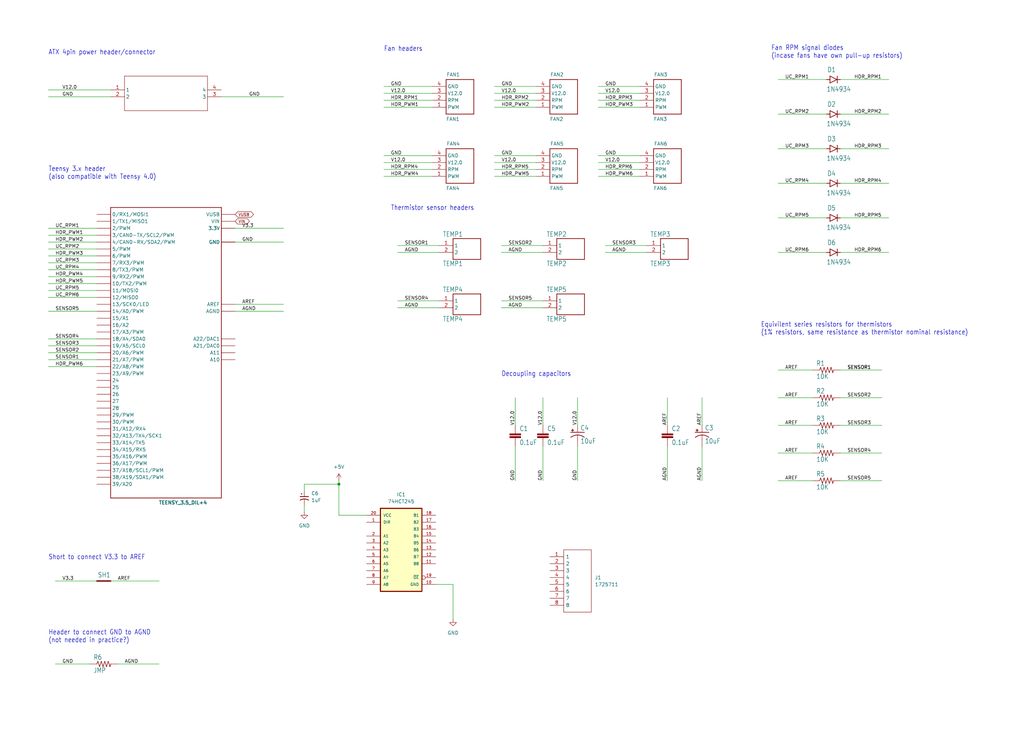
<source format=kicad_sch>
(kicad_sch (version 20230121) (generator eeschema)
  (paper "User" 376.047 267.665)
  (lib_symbols
    (symbol "1725711:1725711" (pin_names (offset 0.762))
      (property "Reference" "J" (at 16.51 7.62 0))
      (property "Value" "1725711" (at 16.51 5.08 0))
      (symbol "1725711_0_0"
        (pin passive line (at 0 0 0) (length 5.08) (name "1") (number "1"))
        (pin passive line (at 0 -2.54 0) (length 5.08) (name "2") (number "2"))
        (pin passive line (at 0 -5.08 0) (length 5.08) (name "3") (number "3"))
        (pin passive line (at 0 -7.62 0) (length 5.08) (name "4") (number "4"))
        (pin passive line (at 0 -10.16 0) (length 5.08) (name "5") (number "5"))
        (pin passive line (at 0 -12.7 0) (length 5.08) (name "6") (number "6"))
        (pin passive line (at 0 -15.24 0) (length 5.08) (name "7") (number "7"))
        (pin passive line (at 0 -17.78 0) (length 5.08) (name "8") (number "8"))
      )
      (symbol "1725711_0_1"
        (polyline (pts (xy 5.08 2.54) (xy 15.24 2.54) (xy 15.24 -20.32) (xy 5.08 -20.32) (xy 5.08 2.54)) (stroke (width 0.1524)))
      )
    )
    (symbol "74HCT245:74HCT245" (pin_names (offset 1.016))
      (property "Reference" "IC" (at -7.6249 15.7582 0))
      (property "Value" "74HCT245" (at -7.6247 -17.791 0))
      (symbol "74HCT245_0_0"
        (rectangle (start -7.62 -15.24) (end 7.62 15.24) (stroke (width 0.4064)) (fill (type background)))
        (pin input line (at -12.7 10.16 0) (length 5.08) (name "DIR") (number "1"))
        (pin power_in line (at 12.7 -12.7 180) (length 5.08) (name "GND") (number "10"))
        (pin bidirectional line (at 12.7 -5.08 180) (length 5.08) (name "B8") (number "11"))
        (pin bidirectional line (at 12.7 -2.54 180) (length 5.08) (name "B7") (number "12"))
        (pin bidirectional line (at 12.7 0 180) (length 5.08) (name "B6") (number "13"))
        (pin bidirectional line (at 12.7 2.54 180) (length 5.08) (name "B5") (number "14"))
        (pin bidirectional line (at 12.7 5.08 180) (length 5.08) (name "B4") (number "15"))
        (pin bidirectional line (at 12.7 7.62 180) (length 5.08) (name "B3") (number "16"))
        (pin bidirectional line (at 12.7 10.16 180) (length 5.08) (name "B2") (number "17"))
        (pin bidirectional line (at 12.7 12.7 180) (length 5.08) (name "B1") (number "18"))
        (pin input inverted (at 12.7 -10.16 180) (length 5.08) (name "~{OE}") (number "19"))
        (pin bidirectional line (at -12.7 5.08 0) (length 5.08) (name "A1") (number "2"))
        (pin power_in line (at -12.7 12.7 0) (length 5.08) (name "VCC") (number "20"))
        (pin bidirectional line (at -12.7 2.54 0) (length 5.08) (name "A2") (number "3"))
        (pin bidirectional line (at -12.7 0 0) (length 5.08) (name "A3") (number "4"))
        (pin bidirectional line (at -12.7 -2.54 0) (length 5.08) (name "A4") (number "5"))
        (pin bidirectional line (at -12.7 -5.08 0) (length 5.08) (name "A5") (number "6"))
        (pin bidirectional line (at -12.7 -7.62 0) (length 5.08) (name "A6") (number "7"))
        (pin bidirectional line (at -12.7 -10.16 0) (length 5.08) (name "A7") (number "8"))
        (pin bidirectional line (at -12.7 -12.7 0) (length 5.08) (name "A8") (number "9"))
      )
    )
    (symbol "Device:C_Polarized_Small_US" (pin_numbers hide) (pin_names (offset 0.254) hide)
      (property "Reference" "C" (at 0.254 1.778 0))
      (property "Value" "C_Polarized_Small_US" (at 0.254 -2.032 0))
      (symbol "C_Polarized_Small_US_0_1"
        (polyline (pts (xy -1.524 0.508) (xy 1.524 0.508)) (stroke (width 0.3048)))
        (polyline (pts (xy -1.27 1.524) (xy -0.762 1.524)))
        (polyline (pts (xy -1.016 1.27) (xy -1.016 1.778)))
        (arc (start 1.524 -0.762) (mid 0 -0.3734) (end -1.524 -0.762) (stroke (width 0.3048)))
      )
      (symbol "C_Polarized_Small_US_1_1"
        (pin passive line (at 0 2.54 270) (length 2.032) (name "~") (number "1"))
        (pin passive line (at 0 -2.54 90) (length 2.032) (name "~") (number "2"))
      )
    )
    (symbol "power:+5V" (power) (pin_names (offset 0))
      (property "Value" "+5V" (at 0 3.556 0))
      (symbol "+5V_0_1"
        (polyline (pts (xy -0.762 1.27) (xy 0 2.54)))
        (polyline (pts (xy 0 0) (xy 0 2.54)))
        (polyline (pts (xy 0 2.54) (xy 0.762 1.27)))
      )
      (symbol "+5V_1_1"
        (pin power_in line (at 0 0 90) (length 0) hide (name "+5V") (number "1"))
      )
    )
    (symbol "power:GND" (power) (pin_names (offset 0))
      (property "Value" "GND" (at 0 -3.81 0))
      (symbol "GND_0_1"
        (polyline (pts (xy 0 0) (xy 0 -1.27) (xy 1.27 -1.27) (xy 0 -2.54) (xy -1.27 -1.27) (xy 0 -1.27)))
      )
      (symbol "GND_1_1"
        (pin power_in line (at 0 0 270) (length 0) hide (name "GND") (number "1"))
      )
    )
    (symbol "simple002-eagle-import:1N4934"
      (property "Reference" "D" (at -2.3114 2.6416 0))
      (symbol "1N4934_1_0"
        (polyline (pts (xy -2.54 0) (xy -1.27 0)) (stroke (width 0.254)))
        (polyline (pts (xy -1.27 -1.27) (xy 1.27 0)) (stroke (width 0.254)))
        (polyline (pts (xy -1.27 0) (xy -1.27 -1.27)) (stroke (width 0.254)))
        (polyline (pts (xy -1.27 1.27) (xy -1.27 0)) (stroke (width 0.254)))
        (polyline (pts (xy 1.27 0) (xy -1.27 1.27)) (stroke (width 0.254)))
        (polyline (pts (xy 1.397 1.27) (xy 1.397 -1.27)) (stroke (width 0.254)))
        (polyline (pts (xy 2.54 0) (xy 1.27 0)) (stroke (width 0.254)))
        (pin passive line (at -2.54 0 0) (length 0) (name "A") (number "A"))
        (pin passive line (at 2.54 0 180) (length 0) (name "C") (number "C"))
      )
    )
    (symbol "simple002-eagle-import:641737-1"
      (symbol "641737-1_1_0"
        (polyline (pts (xy 7.62 -7.62) (xy 38.1 -7.62)) (stroke (width 0.1524)))
        (polyline (pts (xy 7.62 5.08) (xy 7.62 -7.62)) (stroke (width 0.1524)))
        (polyline (pts (xy 38.1 -7.62) (xy 38.1 5.08)) (stroke (width 0.1524)))
        (polyline (pts (xy 38.1 5.08) (xy 7.62 5.08)) (stroke (width 0.1524)))
        (pin passive line (at 2.54 0 0) (length 5.08) (name "1") (number "1"))
        (pin passive line (at 2.54 -2.54 0) (length 5.08) (name "2") (number "2"))
        (pin passive line (at 43.18 -2.54 180) (length 5.08) (name "3") (number "3"))
        (pin passive line (at 43.18 0 180) (length 5.08) (name "4") (number "4"))
      )
    )
    (symbol "simple002-eagle-import:C2,5-3"
      (property "Reference" "C" (at 1.524 0.381 0))
      (symbol "C2,5-3_1_0"
        (rectangle (start -2.032 -2.032) (end 2.032 -1.524) (fill (type outline)))
        (rectangle (start -2.032 -1.016) (end 2.032 -0.508) (fill (type outline)))
        (polyline (pts (xy 0 -2.54) (xy 0 -2.032)) (stroke (width 0.1524)))
        (polyline (pts (xy 0 0) (xy 0 -0.508)) (stroke (width 0.1524)))
        (pin passive line (at 0 2.54 270) (length 2.54) (name "1") (number "1"))
        (pin passive line (at 0 -5.08 90) (length 2.54) (name "2") (number "2"))
      )
    )
    (symbol "simple002-eagle-import:CPOL-USE2.5-5"
      (property "Reference" "C" (at 1.016 0.635 0))
      (symbol "CPOL-USE2.5-5_1_0"
        (rectangle (start -2.253 0.668) (end -1.364 0.795) (fill (type outline)))
        (rectangle (start -1.872 0.287) (end -1.745 1.176) (fill (type outline)))
        (arc (start 0 -1.0161) (mid -1.3021 -1.2303) (end -2.4669 -1.8504) (stroke (width 0.254)))
        (polyline (pts (xy -2.54 0) (xy 2.54 0)) (stroke (width 0.254)))
        (polyline (pts (xy 0 -1.016) (xy 0 -2.54)) (stroke (width 0.1524)))
        (arc (start 2.4892 -1.8541) (mid 1.3158 -1.2194) (end 0 -1) (stroke (width 0.254)))
        (pin passive line (at 0 2.54 270) (length 2.54) (name "+") (number "+"))
        (pin passive line (at 0 -5.08 90) (length 2.54) (name "-") (number "-"))
      )
    )
    (symbol "simple002-eagle-import:HDR-FAN4"
      (property "Reference" "FAN" (at 5.08 7.62 0))
      (symbol "HDR-FAN4_1_0"
        (polyline (pts (xy 0 -7.62) (xy 0 5.08)) (stroke (width 0.254)))
        (polyline (pts (xy 0 5.08) (xy 10.16 5.08)) (stroke (width 0.254)))
        (polyline (pts (xy 10.16 -7.62) (xy 0 -7.62)) (stroke (width 0.254)))
        (polyline (pts (xy 10.16 5.08) (xy 10.16 -7.62)) (stroke (width 0.254)))
        (pin bidirectional line (at -5.08 -5.08 0) (length 5.08) (name "PWM") (number "1"))
        (pin bidirectional line (at -5.08 -2.54 0) (length 5.08) (name "RPM") (number "2"))
        (pin bidirectional line (at -5.08 0 0) (length 5.08) (name "V12.0") (number "3"))
        (pin bidirectional line (at -5.08 2.54 0) (length 5.08) (name "GND") (number "4"))
      )
    )
    (symbol "simple002-eagle-import:HDR-SENSOR2"
      (property "Reference" "SNSR" (at -3.81 5.715 0))
      (symbol "HDR-SENSOR2_1_0"
        (polyline (pts (xy -2.54 -2.54) (xy 7.62 -2.54)) (stroke (width 0.254)))
        (polyline (pts (xy -2.54 5.08) (xy -2.54 -2.54)) (stroke (width 0.254)))
        (polyline (pts (xy 7.62 -2.54) (xy 7.62 5.08)) (stroke (width 0.254)))
        (polyline (pts (xy 7.62 5.08) (xy -2.54 5.08)) (stroke (width 0.254)))
        (pin bidirectional line (at -7.62 2.54 0) (length 5.08) (name "1") (number "1"))
        (pin bidirectional line (at -7.62 0 0) (length 5.08) (name "2") (number "2"))
      )
    )
    (symbol "simple002-eagle-import:R-US_V234/12"
      (property "Reference" "R" (at -3.81 1.4986 0))
      (symbol "R-US_V234/12_1_0"
        (polyline (pts (xy -2.54 0) (xy -2.159 1.016)) (stroke (width 0.2032)))
        (polyline (pts (xy -2.159 1.016) (xy -1.524 -1.016)) (stroke (width 0.2032)))
        (polyline (pts (xy -1.524 -1.016) (xy -0.889 1.016)) (stroke (width 0.2032)))
        (polyline (pts (xy -0.889 1.016) (xy -0.254 -1.016)) (stroke (width 0.2032)))
        (polyline (pts (xy -0.254 -1.016) (xy 0.381 1.016)) (stroke (width 0.2032)))
        (polyline (pts (xy 0.381 1.016) (xy 1.016 -1.016)) (stroke (width 0.2032)))
        (polyline (pts (xy 1.016 -1.016) (xy 1.651 1.016)) (stroke (width 0.2032)))
        (polyline (pts (xy 1.651 1.016) (xy 2.286 -1.016)) (stroke (width 0.2032)))
        (polyline (pts (xy 2.286 -1.016) (xy 2.54 0)) (stroke (width 0.2032)))
        (pin passive line (at -5.08 0 0) (length 2.54) (name "1") (number "1"))
        (pin passive line (at 5.08 0 180) (length 2.54) (name "2") (number "2"))
      )
    )
    (symbol "simple002-eagle-import:SHORTT5"
      (property "Reference" "SH" (at -2.2225 1.27 0))
      (symbol "SHORTT5_1_0"
        (polyline (pts (xy -2.54 0) (xy 2.54 0)) (stroke (width 0.508)))
        (pin bidirectional line (at -2.54 0 0) (length 0) (name "P$1") (number "1"))
        (pin bidirectional line (at 2.54 0 0) (length 0) (name "P$2") (number "2"))
      )
    )
    (symbol "simple002-eagle-import:TEENSY_3.5_DIL+4"
      (symbol "TEENSY_3.5_DIL+4_1_0"
        (polyline (pts (xy -20.32 -53.34) (xy 20.32 -53.34)) (stroke (width 0.254)))
        (polyline (pts (xy -20.32 53.34) (xy -20.32 -53.34)) (stroke (width 0.254)))
        (polyline (pts (xy 20.32 -53.34) (xy 20.32 53.34)) (stroke (width 0.254)))
        (polyline (pts (xy 20.32 53.34) (xy -20.32 53.34)) (stroke (width 0.254)))
        (pin bidirectional line (at -25.4 50.8 0) (length 5.08) (name "0/RX1/MOSI1") (number "0"))
        (pin bidirectional line (at -25.4 48.26 0) (length 5.08) (name "1/TX1/MISO1") (number "1"))
        (pin bidirectional line (at -25.4 25.4 0) (length 5.08) (name "10/TX2/PWM") (number "10"))
        (pin bidirectional line (at -25.4 22.86 0) (length 5.08) (name "11/MOSI0") (number "11"))
        (pin bidirectional line (at -25.4 20.32 0) (length 5.08) (name "12/MISO0") (number "12"))
        (pin bidirectional line (at -25.4 17.78 0) (length 5.08) (name "13/SCK0/LED") (number "13"))
        (pin bidirectional line (at -25.4 15.24 0) (length 5.08) (name "14/A0/PWM") (number "14/A0"))
        (pin bidirectional line (at -25.4 12.7 0) (length 5.08) (name "15/A1") (number "15/A1"))
        (pin bidirectional line (at -25.4 10.16 0) (length 5.08) (name "16/A2") (number "16/A2"))
        (pin bidirectional line (at -25.4 7.62 0) (length 5.08) (name "17/A3/PWM") (number "17/A3"))
        (pin bidirectional line (at -25.4 5.08 0) (length 5.08) (name "18/A4/SDA0") (number "18/A4"))
        (pin bidirectional line (at -25.4 2.54 0) (length 5.08) (name "19/A5/SCL0") (number "19/A5"))
        (pin bidirectional line (at -25.4 45.72 0) (length 5.08) (name "2/PWM") (number "2"))
        (pin bidirectional line (at -25.4 0 0) (length 5.08) (name "20/A6/PWM") (number "20/A6"))
        (pin bidirectional line (at -25.4 -2.54 0) (length 5.08) (name "21/A7/PWM") (number "21/A7"))
        (pin bidirectional line (at -25.4 -5.08 0) (length 5.08) (name "22/A8/PWM") (number "22/A8"))
        (pin bidirectional line (at -25.4 -7.62 0) (length 5.08) (name "23/A9/PWM") (number "23/A9"))
        (pin bidirectional line (at -25.4 -10.16 0) (length 5.08) (name "24") (number "24"))
        (pin bidirectional line (at -25.4 -12.7 0) (length 5.08) (name "25") (number "25"))
        (pin bidirectional line (at -25.4 -15.24 0) (length 5.08) (name "26") (number "26"))
        (pin bidirectional line (at -25.4 -17.78 0) (length 5.08) (name "27") (number "27"))
        (pin bidirectional line (at -25.4 -20.32 0) (length 5.08) (name "28") (number "28"))
        (pin bidirectional line (at -25.4 -22.86 0) (length 5.08) (name "29/PWM") (number "29"))
        (pin bidirectional line (at -25.4 43.18 0) (length 5.08) (name "3/CAN0-TX/SCL2/PWM") (number "3"))
        (pin power_in line (at 25.4 45.72 180) (length 5.08) (name "3.3V") (number "3.3V"))
        (pin power_in line (at 25.4 45.72 180) (length 5.08) (name "3.3V") (number "3.3V3"))
        (pin bidirectional line (at -25.4 -25.4 0) (length 5.08) (name "30/PWM") (number "30"))
        (pin bidirectional line (at -25.4 -27.94 0) (length 5.08) (name "31/A12/RX4") (number "31/A12"))
        (pin bidirectional line (at -25.4 -30.48 0) (length 5.08) (name "32/A13/TX4/SCK1") (number "32/A13"))
        (pin bidirectional line (at -25.4 -33.02 0) (length 5.08) (name "33/A14/TX5") (number "33/A14"))
        (pin bidirectional line (at -25.4 -35.56 0) (length 5.08) (name "34/A15/RX5") (number "34/A15"))
        (pin bidirectional line (at -25.4 -38.1 0) (length 5.08) (name "35/A16/PWM") (number "35/A16"))
        (pin bidirectional line (at -25.4 -40.64 0) (length 5.08) (name "36/A17/PWM") (number "36/A17"))
        (pin bidirectional line (at -25.4 -43.18 0) (length 5.08) (name "37/A18/SCL1/PWM") (number "37/A18"))
        (pin bidirectional line (at -25.4 -45.72 0) (length 5.08) (name "38/A19/SDA1/PWM") (number "38/A19"))
        (pin bidirectional line (at -25.4 -48.26 0) (length 5.08) (name "39/A20") (number "39/A20"))
        (pin bidirectional line (at -25.4 40.64 0) (length 5.08) (name "4/CAN0-RX/SDA2/PWM") (number "4"))
        (pin bidirectional line (at -25.4 38.1 0) (length 5.08) (name "5/PWM") (number "5"))
        (pin bidirectional line (at -25.4 35.56 0) (length 5.08) (name "6/PWM") (number "6"))
        (pin bidirectional line (at -25.4 33.02 0) (length 5.08) (name "7/RX3/PWM") (number "7"))
        (pin bidirectional line (at -25.4 30.48 0) (length 5.08) (name "8/TX3/PWM") (number "8"))
        (pin bidirectional line (at -25.4 27.94 0) (length 5.08) (name "9/RX2/PWM") (number "9"))
        (pin bidirectional line (at 25.4 -2.54 180) (length 5.08) (name "A10") (number "A10"))
        (pin bidirectional line (at 25.4 0 180) (length 5.08) (name "A11") (number "A11"))
        (pin bidirectional line (at 25.4 2.54 180) (length 5.08) (name "A21/DAC0") (number "A21"))
        (pin bidirectional line (at 25.4 5.08 180) (length 5.08) (name "A22/DAC1") (number "A22"))
        (pin power_in line (at 25.4 15.24 180) (length 5.08) (name "AGND") (number "AGND"))
        (pin power_in line (at 25.4 17.78 180) (length 5.08) (name "AREF") (number "AREF"))
        (pin power_in line (at 25.4 40.64 180) (length 5.08) (name "GND") (number "GND"))
        (pin power_in line (at 25.4 40.64 180) (length 5.08) (name "GND") (number "GND1"))
        (pin power_in line (at 25.4 48.26 180) (length 5.08) (name "VIN") (number "VIN"))
        (pin power_in line (at 25.4 50.8 180) (length 5.08) (name "VUSB") (number "VUSB"))
      )
    )
    (symbol "simple002-eagle-import:adafruit_R-US_R0402"
      (property "Reference" "R" (at -3.81 1.4986 0))
      (symbol "adafruit_R-US_R0402_1_0"
        (polyline (pts (xy -2.54 0) (xy -2.159 1.016)) (stroke (width 0.2032)))
        (polyline (pts (xy -2.159 1.016) (xy -1.524 -1.016)) (stroke (width 0.2032)))
        (polyline (pts (xy -1.524 -1.016) (xy -0.889 1.016)) (stroke (width 0.2032)))
        (polyline (pts (xy -0.889 1.016) (xy -0.254 -1.016)) (stroke (width 0.2032)))
        (polyline (pts (xy -0.254 -1.016) (xy 0.381 1.016)) (stroke (width 0.2032)))
        (polyline (pts (xy 0.381 1.016) (xy 1.016 -1.016)) (stroke (width 0.2032)))
        (polyline (pts (xy 1.016 -1.016) (xy 1.651 1.016)) (stroke (width 0.2032)))
        (polyline (pts (xy 1.651 1.016) (xy 2.286 -1.016)) (stroke (width 0.2032)))
        (polyline (pts (xy 2.286 -1.016) (xy 2.54 0)) (stroke (width 0.2032)))
        (pin passive line (at -5.08 0 0) (length 2.54) (name "1") (number "1"))
        (pin passive line (at 5.08 0 180) (length 2.54) (name "2") (number "2"))
      )
    )
    (symbol "simple002-eagle-import:rcl_CPOL-USE2.5-5"
      (property "Reference" "C" (at 1.016 0.635 0))
      (symbol "rcl_CPOL-USE2.5-5_1_0"
        (rectangle (start -2.253 0.668) (end -1.364 0.795) (fill (type outline)))
        (rectangle (start -1.872 0.287) (end -1.745 1.176) (fill (type outline)))
        (arc (start 0 -1.0161) (mid -1.3021 -1.2303) (end -2.4669 -1.8504) (stroke (width 0.254)))
        (polyline (pts (xy -2.54 0) (xy 2.54 0)) (stroke (width 0.254)))
        (polyline (pts (xy 0 -1.016) (xy 0 -2.54)) (stroke (width 0.1524)))
        (arc (start 2.4892 -1.8541) (mid 1.3158 -1.2194) (end 0 -1) (stroke (width 0.254)))
        (pin passive line (at 0 2.54 270) (length 2.54) (name "+") (number "+"))
        (pin passive line (at 0 -5.08 90) (length 2.54) (name "-") (number "-"))
      )
    )
  )
  (junction (at 124.46 177.8))
  (wire (pts (xy 308.61 41.91) (xy 326.39 41.91)) (stroke (width 0.1524)))
  (wire (pts (xy 158.75 64.77) (xy 140.97 64.77)) (stroke (width 0.1524)))
  (wire (pts (xy 199.39 110.49) (xy 184.15 110.49)) (stroke (width 0.1524)))
  (wire (pts (xy 35.56 109.22) (xy 17.78 109.22)) (stroke (width 0.1524)))
  (wire (pts (xy 134.62 189.23) (xy 124.46 189.23)))
  (wire (pts (xy 257.81 163.83) (xy 257.81 176.53)) (stroke (width 0.1524)))
  (wire (pts (xy 86.36 114.3) (xy 104.14 114.3)) (stroke (width 0.1524)))
  (wire (pts (xy 35.56 213.36) (xy 20.32 213.36)) (stroke (width 0.1524)))
  (wire (pts (xy 237.49 90.17) (xy 222.25 90.17)) (stroke (width 0.1524)))
  (wire (pts (xy 35.56 93.98) (xy 17.78 93.98)) (stroke (width 0.1524)))
  (wire (pts (xy 298.45 146.05) (xy 285.75 146.05)) (stroke (width 0.1524)))
  (wire (pts (xy 189.23 163.83) (xy 189.23 176.53)) (stroke (width 0.1524)))
  (wire (pts (xy 35.56 86.36) (xy 17.78 86.36)) (stroke (width 0.1524)))
  (wire (pts (xy 234.95 59.69) (xy 219.71 59.69)) (stroke (width 0.1524)))
  (wire (pts (xy 196.85 59.69) (xy 181.61 59.69)) (stroke (width 0.1524)))
  (wire (pts (xy 308.61 67.31) (xy 326.39 67.31)) (stroke (width 0.1524)))
  (wire (pts (xy 298.45 156.21) (xy 285.75 156.21)) (stroke (width 0.1524)))
  (wire (pts (xy 308.61 135.89) (xy 323.85 135.89)) (stroke (width 0.1524)))
  (wire (pts (xy 166.37 214.63) (xy 166.37 227.33)))
  (wire (pts (xy 234.95 39.37) (xy 219.71 39.37)) (stroke (width 0.1524)))
  (wire (pts (xy 124.46 177.8) (xy 124.46 189.23)))
  (wire (pts (xy 161.29 92.71) (xy 146.05 92.71)) (stroke (width 0.1524)))
  (wire (pts (xy 234.95 64.77) (xy 219.71 64.77)) (stroke (width 0.1524)))
  (wire (pts (xy 303.53 54.61) (xy 285.75 54.61)) (stroke (width 0.1524)))
  (wire (pts (xy 308.61 176.53) (xy 323.85 176.53)) (stroke (width 0.1524)))
  (wire (pts (xy 308.61 146.05) (xy 323.85 146.05)) (stroke (width 0.1524)))
  (wire (pts (xy 308.61 156.21) (xy 323.85 156.21)) (stroke (width 0.1524)))
  (wire (pts (xy 35.56 114.3) (xy 17.78 114.3)) (stroke (width 0.1524)))
  (wire (pts (xy 245.11 156.21) (xy 245.11 146.05)) (stroke (width 0.1524)))
  (wire (pts (xy 81.28 35.56) (xy 104.14 35.56)) (stroke (width 0.1524)))
  (wire (pts (xy 199.39 156.21) (xy 199.39 146.05)) (stroke (width 0.1524)))
  (wire (pts (xy 308.61 166.37) (xy 323.85 166.37)) (stroke (width 0.1524)))
  (wire (pts (xy 35.56 96.52) (xy 17.78 96.52)) (stroke (width 0.1524)))
  (wire (pts (xy 111.76 187.96) (xy 111.76 185.42)))
  (wire (pts (xy 158.75 31.75) (xy 140.97 31.75)) (stroke (width 0.1524)))
  (wire (pts (xy 245.11 163.83) (xy 245.11 176.53)) (stroke (width 0.1524)))
  (wire (pts (xy 158.75 39.37) (xy 140.97 39.37)) (stroke (width 0.1524)))
  (wire (pts (xy 160.02 214.63) (xy 166.37 214.63)))
  (wire (pts (xy 308.61 29.21) (xy 326.39 29.21)) (stroke (width 0.1524)))
  (wire (pts (xy 86.36 111.76) (xy 104.14 111.76)) (stroke (width 0.1524)))
  (wire (pts (xy 111.76 177.8) (xy 111.76 180.34)))
  (wire (pts (xy 234.95 31.75) (xy 219.71 31.75)) (stroke (width 0.1524)))
  (wire (pts (xy 196.85 31.75) (xy 181.61 31.75)) (stroke (width 0.1524)))
  (wire (pts (xy 234.95 62.23) (xy 219.71 62.23)) (stroke (width 0.1524)))
  (wire (pts (xy 158.75 57.15) (xy 140.97 57.15)) (stroke (width 0.1524)))
  (wire (pts (xy 35.56 129.54) (xy 17.78 129.54)) (stroke (width 0.1524)))
  (wire (pts (xy 212.09 163.83) (xy 212.09 176.53)) (stroke (width 0.1524)))
  (wire (pts (xy 308.61 80.01) (xy 326.39 80.01)) (stroke (width 0.1524)))
  (wire (pts (xy 158.75 36.83) (xy 140.97 36.83)) (stroke (width 0.1524)))
  (wire (pts (xy 308.61 92.71) (xy 326.39 92.71)) (stroke (width 0.1524)))
  (wire (pts (xy 161.29 110.49) (xy 146.05 110.49)) (stroke (width 0.1524)))
  (wire (pts (xy 196.85 62.23) (xy 181.61 62.23)) (stroke (width 0.1524)))
  (wire (pts (xy 199.39 113.03) (xy 184.15 113.03)) (stroke (width 0.1524)))
  (wire (pts (xy 40.64 35.56) (xy 17.78 35.56)) (stroke (width 0.1524)))
  (wire (pts (xy 237.49 92.71) (xy 222.25 92.71)) (stroke (width 0.1524)))
  (wire (pts (xy 161.29 90.17) (xy 146.05 90.17)) (stroke (width 0.1524)))
  (wire (pts (xy 199.39 92.71) (xy 184.15 92.71)) (stroke (width 0.1524)))
  (wire (pts (xy 199.39 90.17) (xy 184.15 90.17)) (stroke (width 0.1524)))
  (wire (pts (xy 298.45 176.53) (xy 285.75 176.53)) (stroke (width 0.1524)))
  (wire (pts (xy 189.23 156.21) (xy 189.23 146.05)) (stroke (width 0.1524)))
  (wire (pts (xy 234.95 57.15) (xy 219.71 57.15)) (stroke (width 0.1524)))
  (wire (pts (xy 298.45 166.37) (xy 285.75 166.37)) (stroke (width 0.1524)))
  (wire (pts (xy 40.64 213.36) (xy 58.42 213.36)) (stroke (width 0.1524)))
  (wire (pts (xy 35.56 99.06) (xy 17.78 99.06)) (stroke (width 0.1524)))
  (wire (pts (xy 196.85 36.83) (xy 181.61 36.83)) (stroke (width 0.1524)))
  (wire (pts (xy 199.39 163.83) (xy 199.39 176.53)) (stroke (width 0.1524)))
  (wire (pts (xy 35.56 134.62) (xy 17.78 134.62)) (stroke (width 0.1524)))
  (wire (pts (xy 33.02 243.84) (xy 20.32 243.84)) (stroke (width 0.1524)))
  (wire (pts (xy 35.56 88.9) (xy 17.78 88.9)) (stroke (width 0.1524)))
  (wire (pts (xy 17.78 124.46) (xy 35.56 124.46)) (stroke (width 0.1524)))
  (wire (pts (xy 40.64 33.02) (xy 17.78 33.02)) (stroke (width 0.1524)))
  (wire (pts (xy 196.85 34.29) (xy 181.61 34.29)) (stroke (width 0.1524)))
  (wire (pts (xy 35.56 127) (xy 17.78 127)) (stroke (width 0.1524)))
  (wire (pts (xy 303.53 29.21) (xy 285.75 29.21)) (stroke (width 0.1524)))
  (wire (pts (xy 234.95 36.83) (xy 219.71 36.83)) (stroke (width 0.1524)))
  (wire (pts (xy 196.85 39.37) (xy 181.61 39.37)) (stroke (width 0.1524)))
  (wire (pts (xy 308.61 54.61) (xy 326.39 54.61)) (stroke (width 0.1524)))
  (wire (pts (xy 35.56 91.44) (xy 17.78 91.44)) (stroke (width 0.1524)))
  (wire (pts (xy 35.56 132.08) (xy 17.78 132.08)) (stroke (width 0.1524)))
  (wire (pts (xy 303.53 80.01) (xy 285.75 80.01)) (stroke (width 0.1524)))
  (wire (pts (xy 35.56 83.82) (xy 17.78 83.82)) (stroke (width 0.1524)))
  (wire (pts (xy 298.45 135.89) (xy 285.75 135.89)) (stroke (width 0.1524)))
  (wire (pts (xy 196.85 64.77) (xy 181.61 64.77)) (stroke (width 0.1524)))
  (wire (pts (xy 196.85 57.15) (xy 181.61 57.15)) (stroke (width 0.1524)))
  (wire (pts (xy 303.53 41.91) (xy 285.75 41.91)) (stroke (width 0.1524)))
  (wire (pts (xy 43.18 243.84) (xy 58.42 243.84)) (stroke (width 0.1524)))
  (wire (pts (xy 212.09 156.21) (xy 212.09 146.05)) (stroke (width 0.1524)))
  (wire (pts (xy 35.56 101.6) (xy 17.78 101.6)) (stroke (width 0.1524)))
  (wire (pts (xy 35.56 106.68) (xy 17.78 106.68)) (stroke (width 0.1524)))
  (wire (pts (xy 234.95 34.29) (xy 219.71 34.29)) (stroke (width 0.1524)))
  (wire (pts (xy 124.46 177.8) (xy 111.76 177.8)))
  (wire (pts (xy 158.75 59.69) (xy 140.97 59.69)) (stroke (width 0.1524)))
  (wire (pts (xy 303.53 92.71) (xy 285.75 92.71)) (stroke (width 0.1524)))
  (wire (pts (xy 257.81 156.21) (xy 257.81 146.05)) (stroke (width 0.1524)))
  (wire (pts (xy 124.46 176.53) (xy 124.46 177.8)))
  (wire (pts (xy 86.36 83.82) (xy 104.14 83.82)) (stroke (width 0.1524)))
  (wire (pts (xy 35.56 104.14) (xy 17.78 104.14)) (stroke (width 0.1524)))
  (wire (pts (xy 158.75 62.23) (xy 140.97 62.23)) (stroke (width 0.1524)))
  (wire (pts (xy 86.36 88.9) (xy 104.14 88.9)) (stroke (width 0.1524)))
  (wire (pts (xy 158.75 34.29) (xy 140.97 34.29)) (stroke (width 0.1524)))
  (wire (pts (xy 161.29 113.03) (xy 146.05 113.03)) (stroke (width 0.1524)))
  (wire (pts (xy 303.53 67.31) (xy 285.75 67.31)) (stroke (width 0.1524)))
  (text "Fan RPM signal diodes\n(incase fans have own pull-up resistors)" (at 283.21 21.59 0) (effects (font (size 1.778 1.5113)) (justify left bottom)))
  (text "Short to connect V3.3 to AREF" (at 17.78 205.74 0) (effects (font (size 1.778 1.5113)) (justify left bottom)))
  (text "Decoupling capacitors" (at 184.15 138.43 0) (effects (font (size 1.778 1.5113)) (justify left bottom)))
  (text "ATX 4pin power header/connector" (at 17.78 20.32 0) (effects (font (size 1.778 1.5113)) (justify left bottom)))
  (text "Header to connect GND to AGND\n(not needed in practice?)" (at 17.78 236.22 0) (effects (font (size 1.778 1.5113)) (justify left bottom)))
  (text "Fan headers" (at 140.97 19.05 0) (effects (font (size 1.778 1.5113)) (justify left bottom)))
  (text "Equivilent series resistors for thermistors\n(1% resistors, same resistance as thermistor nominal resistance)" (at 279.4 123.19 0) (effects (font (size 1.778 1.5113)) (justify left bottom)))
  (text "Thermistor sensor headers" (at 143.51 77.47 0) (effects (font (size 1.778 1.5113)) (justify left bottom)))
  (text "Teensy 3.x header\n(also compatible with Teensy 4.0)" (at 17.78 66.04 0) (effects (font (size 1.778 1.5113)) (justify left bottom)))
  (label "V12.0" (at 184.15 34.29 0) (effects (font (size 1.2446 1.2446))))
  (label "SENSOR5" (at 186.69 110.49 0) (effects (font (size 1.2446 1.2446))))
  (label "V12.0" (at 143.51 59.69 0) (effects (font (size 1.2446 1.2446))))
  (label "AREF" (at 288.29 146.05 0) (effects (font (size 1.2446 1.2446))))
  (label "GND" (at 143.51 57.15 0) (effects (font (size 1.2446 1.2446))))
  (label "HDR_PWM3" (at 222.25 39.37 0) (effects (font (size 1.2446 1.2446))))
  (label "SENSOR2" (at 20.32 129.54 0) (effects (font (size 1.2446 1.2446))))
  (label "HDR_PWM4" (at 20.32 101.6 0) (effects (font (size 1.2446 1.2446))))
  (label "AREF" (at 288.29 176.53 0) (effects (font (size 1.2446 1.2446))))
  (label "HDR_PWM6" (at 222.25 64.77 0) (effects (font (size 1.2446 1.2446))))
  (label "HDR_PWM5" (at 20.32 104.14 0) (effects (font (size 1.2446 1.2446))))
  (label "UC_RPM2" (at 288.29 41.91 0) (effects (font (size 1.2446 1.2446))))
  (label "GND" (at 91.44 35.56 0) (effects (font (size 1.2446 1.2446))))
  (label "V12.0" (at 222.25 59.69 0) (effects (font (size 1.2446 1.2446))))
  (label "AGND" (at 45.72 243.84 0) (effects (font (size 1.2446 1.2446))))
  (label "SENSOR5" (at 311.15 176.53 0) (effects (font (size 1.2446 1.2446))))
  (label "V12.0" (at 189.23 156.21 90) (effects (font (size 1.2446 1.2446))))
  (label "AGND" (at 88.9 114.3 0) (effects (font (size 1.2446 1.2446))))
  (label "SENSOR1" (at 148.59 90.17 0) (effects (font (size 1.2446 1.2446))))
  (label "UC_RPM1" (at 20.32 83.82 0) (effects (font (size 1.2446 1.2446))))
  (label "SENSOR3" (at 20.32 127 0) (effects (font (size 1.2446 1.2446))))
  (label "V12.0" (at 143.51 34.29 0) (effects (font (size 1.2446 1.2446))))
  (label "SENSOR4" (at 148.59 110.49 0) (effects (font (size 1.2446 1.2446))))
  (label "V12.0" (at 199.39 156.21 90) (effects (font (size 1.2446 1.2446))))
  (label "HDR_PWM1" (at 20.32 86.36 0) (effects (font (size 1.2446 1.2446))))
  (label "UC_RPM5" (at 20.32 106.68 0) (effects (font (size 1.2446 1.2446))))
  (label "HDR_RPM2" (at 313.69 41.91 0) (effects (font (size 1.2446 1.2446))))
  (label "UC_RPM3" (at 20.32 96.52 0) (effects (font (size 1.2446 1.2446))))
  (label "HDR_PWM5" (at 184.15 64.77 0) (effects (font (size 1.2446 1.2446))))
  (label "V12.0" (at 222.25 34.29 0) (effects (font (size 1.2446 1.2446))))
  (label "GND" (at 199.39 176.53 90) (effects (font (size 1.2446 1.2446))))
  (label "HDR_RPM5" (at 313.69 80.01 0) (effects (font (size 1.2446 1.2446))))
  (label "HDR_PWM1" (at 143.51 39.37 0) (effects (font (size 1.2446 1.2446))))
  (label "HDR_PWM2" (at 184.15 39.37 0) (effects (font (size 1.2446 1.2446))))
  (label "SENSOR1" (at 311.15 135.89 0) (effects (font (size 1.2446 1.2446))))
  (label "HDR_PWM3" (at 20.32 93.98 0) (effects (font (size 1.2446 1.2446))))
  (label "AREF" (at 257.81 156.21 90) (effects (font (size 1.2446 1.2446))))
  (label "GND" (at 143.51 31.75 0) (effects (font (size 1.2446 1.2446))))
  (label "UC_RPM5" (at 288.29 80.01 0) (effects (font (size 1.2446 1.2446))))
  (label "UC_RPM4" (at 20.32 99.06 0) (effects (font (size 1.2446 1.2446))))
  (label "V12.0" (at 212.09 156.21 90) (effects (font (size 1.2446 1.2446))))
  (label "SENSOR2" (at 311.15 146.05 0) (effects (font (size 1.2446 1.2446))))
  (label "UC_RPM3" (at 288.29 54.61 0) (effects (font (size 1.2446 1.2446))))
  (label "GND" (at 222.25 57.15 0) (effects (font (size 1.2446 1.2446))))
  (label "AGND" (at 245.11 176.53 90) (effects (font (size 1.2446 1.2446))))
  (label "HDR_RPM4" (at 313.69 67.31 0) (effects (font (size 1.2446 1.2446))))
  (label "HDR_RPM2" (at 184.15 36.83 0) (effects (font (size 1.2446 1.2446))))
  (label "AREF" (at 245.11 156.21 90) (effects (font (size 1.2446 1.2446))))
  (label "AREF" (at 88.9 111.76 0) (effects (font (size 1.2446 1.2446))))
  (label "AGND" (at 186.69 113.03 0) (effects (font (size 1.2446 1.2446))))
  (label "UC_RPM1" (at 288.29 29.21 0) (effects (font (size 1.2446 1.2446))))
  (label "UC_RPM6" (at 20.32 109.22 0) (effects (font (size 1.2446 1.2446))))
  (label "HDR_RPM3" (at 313.69 54.61 0) (effects (font (size 1.2446 1.2446))))
  (label "SENSOR4" (at 20.32 124.46 0) (effects (font (size 1.2446 1.2446))))
  (label "SENSOR3" (at 311.15 156.21 0) (effects (font (size 1.2446 1.2446))))
  (label "SENSOR1" (at 20.32 132.08 0) (effects (font (size 1.2446 1.2446))))
  (label "AREF" (at 288.29 156.21 0) (effects (font (size 1.2446 1.2446))))
  (label "GND" (at 88.9 88.9 0) (effects (font (size 1.2446 1.2446))))
  (label "V12.0" (at 184.15 59.69 0) (effects (font (size 1.2446 1.2446))))
  (label "AGND" (at 224.79 92.71 0) (effects (font (size 1.2446 1.2446))))
  (label "GND" (at 212.09 176.53 90) (effects (font (size 1.2446 1.2446))))
  (label "HDR_RPM4" (at 143.51 62.23 0) (effects (font (size 1.2446 1.2446))))
  (label "HDR_RPM1" (at 313.69 29.21 0) (effects (font (size 1.2446 1.2446))))
  (label "SENSOR4" (at 311.15 166.37 0) (effects (font (size 1.2446 1.2446))))
  (label "GND" (at 22.86 243.84 0) (effects (font (size 1.2446 1.2446))))
  (label "AGND" (at 257.81 176.53 90) (effects (font (size 1.2446 1.2446))))
  (label "GND" (at 22.86 35.56 0) (effects (font (size 1.2446 1.2446))))
  (label "AREF" (at 43.18 213.36 0) (effects (font (size 1.2446 1.2446))))
  (label "AREF" (at 288.29 135.89 0) (effects (font (size 1.2446 1.2446))))
  (label "GND" (at 189.23 176.53 90) (effects (font (size 1.2446 1.2446))))
  (label "HDR_RPM3" (at 222.25 36.83 0) (effects (font (size 1.2446 1.2446))))
  (label "GND" (at 222.25 31.75 0) (effects (font (size 1.2446 1.2446))))
  (label "GND" (at 184.15 57.15 0) (effects (font (size 1.2446 1.2446))))
  (label "SENSOR1" (at 311.15 135.89 0) (effects (font (size 1.2446 1.2446))))
  (label "HDR_PWM4" (at 143.51 64.77 0) (effects (font (size 1.2446 1.2446))))
  (label "AGND" (at 148.59 92.71 0) (effects (font (size 1.2446 1.2446))))
  (label "GND" (at 184.15 31.75 0) (effects (font (size 1.2446 1.2446))))
  (label "HDR_RPM5" (at 184.15 62.23 0) (effects (font (size 1.2446 1.2446))))
  (label "HDR_PWM2" (at 20.32 88.9 0) (effects (font (size 1.2446 1.2446))))
  (label "SENSOR5" (at 20.32 114.3 0) (effects (font (size 1.2446 1.2446))))
  (label "SENSOR2" (at 186.69 90.17 0) (effects (font (size 1.2446 1.2446))))
  (label "V3.3" (at 88.9 83.82 0) (effects (font (size 1.2446 1.2446))))
  (label "SENSOR3" (at 224.79 90.17 0) (effects (font (size 1.2446 1.2446))))
  (label "UC_RPM4" (at 288.29 67.31 0) (effects (font (size 1.2446 1.2446))))
  (label "AREF" (at 288.29 166.37 0) (effects (font (size 1.2446 1.2446))))
  (label "AGND" (at 186.69 92.71 0) (effects (font (size 1.2446 1.2446))))
  (label "HDR_PWM6" (at 20.32 134.62 0) (effects (font (size 1.2446 1.2446))))
  (label "UC_RPM6" (at 288.29 92.71 0) (effects (font (size 1.2446 1.2446))))
  (label "V3.3" (at 22.86 213.36 0) (effects (font (size 1.2446 1.2446))))
  (label "HDR_RPM6" (at 222.25 62.23 0) (effects (font (size 1.2446 1.2446))))
  (label "AGND" (at 148.59 113.03 0) (effects (font (size 1.2446 1.2446))))
  (label "HDR_RPM6" (at 313.69 92.71 0) (effects (font (size 1.2446 1.2446))))
  (label "HDR_RPM1" (at 143.51 36.83 0) (effects (font (size 1.2446 1.2446))))
  (label "UC_RPM2" (at 20.32 91.44 0) (effects (font (size 1.2446 1.2446))))
  (label "V12.0" (at 22.86 33.02 0) (effects (font (size 1.2446 1.2446))))
  (global_label "VIN" (shape bidirectional) (at 86.36 81.28 0) (effects (font (size 1.016 1.016))) (property "Intersheetrefs" "${INTERSHEET_REFS}" (effects hide)))
  (global_label "VUSB" (shape bidirectional) (at 86.36 78.74 0) (effects (font (size 1.016 1.016))) (property "Intersheetrefs" "${INTERSHEET_REFS}" (effects hide)))
  (symbol (lib_id "simple002-eagle-import:1N4934") (at 306.07 80.01 0) (unit 1)
    (property "Reference" "D5" (at 303.7586 77.3684 0) (effects (font (size 1.778 1.5113)) (justify left bottom)))
    (property "Value" "1N4934" (at 303.5046 84.5058 0) (effects (font (size 1.778 1.5113)) (justify left bottom)))
    (property "Footprint" "simple002:DO-41" (effects hide))
    (property "DESC" "DIODE GEN PURP 100V 1A DO41" (effects hide))
  )
  (symbol (lib_id "simple002-eagle-import:HDR-FAN4") (at 240.03 34.29 0) (unit 1)
    (property "Reference" "FAN3" (at 245.11 26.67 0) (effects (justify right top)))
    (property "Value" "FAN3" (at 240.03 44.45 0) (effects (justify left bottom)))
    (property "Footprint" "simple002:FAN4" (effects hide))
  )
  (symbol (lib_id "simple002-eagle-import:HDR-SENSOR2") (at 207.01 92.71 0) (unit 1)
    (property "Reference" "TEMP2" (at 200.66 86.995 0) (effects (font (size 1.778 1.5113)) (justify left bottom)))
    (property "Value" "TEMP2" (at 200.66 97.79 0) (effects (font (size 1.778 1.5113)) (justify left bottom)))
    (property "Footprint" "simple002:SENSOR2" (effects hide))
  )
  (symbol (lib_id "simple002-eagle-import:1N4934") (at 306.07 54.61 0) (unit 1)
    (property "Reference" "D3" (at 303.7586 51.9684 0) (effects (font (size 1.778 1.5113)) (justify left bottom)))
    (property "Value" "1N4934" (at 303.5046 59.1058 0) (effects (font (size 1.778 1.5113)) (justify left bottom)))
    (property "Footprint" "simple002:DO-41" (effects hide))
    (property "DESC" "DIODE GEN PURP 100V 1A DO41" (effects hide))
  )
  (symbol (lib_id "simple002-eagle-import:641737-1") (at 38.1 33.02 0) (unit 1)
    (property "Reference" "HDR1" (effects hide))
    (property "Value" "641737-1" (effects hide))
    (property "Footprint" "simple002:641737-1" (effects hide))
  )
  (symbol (lib_id "simple002-eagle-import:HDR-FAN4") (at 163.83 34.29 0) (unit 1)
    (property "Reference" "FAN1" (at 168.91 26.67 0) (effects (justify right top)))
    (property "Value" "FAN1" (at 163.83 44.45 0) (effects (justify left bottom)))
    (property "Footprint" "simple002:FAN4" (effects hide))
  )
  (symbol (lib_id "simple002-eagle-import:rcl_CPOL-USE2.5-5") (at 257.81 158.75 0) (unit 1)
    (property "Reference" "C3" (at 258.826 158.115 0) (effects (font (size 1.778 1.5113)) (justify left bottom)))
    (property "Value" "10uF" (at 258.826 162.941 0) (effects (font (size 1.778 1.5113)) (justify left bottom)))
    (property "Footprint" "simple002:E2,5-5" (effects hide))
    (property "DESC" "CAP ALUM 10UF 20% 50V THRU HOLE" (effects hide))
    (property "DIGIKEY_PART_NUMBER" "493-16250-1-ND" (effects hide))
    (property "MANUFACTURER" "Nichicon" (effects hide))
    (property "MANUFACTURER_PART_NUMBER" "ULD1H100MDD1TD" (effects hide))
  )
  (symbol (lib_id "simple002-eagle-import:HDR-SENSOR2") (at 207.01 113.03 0) (unit 1)
    (property "Reference" "TEMP5" (at 200.66 107.315 0) (effects (font (size 1.778 1.5113)) (justify left bottom)))
    (property "Value" "TEMP5" (at 200.66 118.11 0) (effects (font (size 1.778 1.5113)) (justify left bottom)))
    (property "Footprint" "simple002:SENSOR2" (effects hide))
  )
  (symbol (lib_id "simple002-eagle-import:CPOL-USE2.5-5") (at 212.09 158.75 0) (unit 1)
    (property "Reference" "C4" (at 213.106 158.115 0) (effects (font (size 1.778 1.5113)) (justify left bottom)))
    (property "Value" "10uF" (at 213.106 162.941 0) (effects (font (size 1.778 1.5113)) (justify left bottom)))
    (property "Footprint" "simple002:E2,5-5" (effects hide))
    (property "DESC" "CAP ALUM 10UF 20% 50V THRU HOLE" (effects hide))
    (property "DIGIKEY_PART_NUMBER" "493-16250-1-ND" (effects hide))
    (property "MANUFACTURER" "Nichicon" (effects hide))
    (property "MANUFACTURER_PART_NUMBER" "ULD1H100MDD1TD" (effects hide))
  )
  (symbol (lib_id "simple002-eagle-import:C2,5-3") (at 245.11 158.75 0) (unit 1)
    (property "Reference" "C2" (at 246.634 158.369 0) (effects (font (size 1.778 1.5113)) (justify left bottom)))
    (property "Value" "0.1uF" (at 246.634 163.449 0) (effects (font (size 1.778 1.5113)) (justify left bottom)))
    (property "Footprint" "simple002:C2.5-3" (effects hide))
    (property "DESC" "CAP CER 0.1UF 100V Z5U RADIAL" (effects hide))
    (property "DIGIKEY_PART_NUMBER" "399-14023-1-ND" (effects hide))
    (property "MANUFACTURER" "KEMET" (effects hide))
    (property "MANUFACTURER_PART_NUMBER" "C320C104M1U5TA7303" (effects hide))
  )
  (symbol (lib_id "power:GND") (at 166.37 227.33 0) (unit 1)
    (property "Reference" "#PWR02" (effects hide))
    (property "Value" "GND" (at 166.37 232.41 0))
  )
  (symbol (lib_id "simple002-eagle-import:C2,5-3") (at 189.23 158.75 0) (unit 1)
    (property "Reference" "C1" (at 190.754 158.369 0) (effects (font (size 1.778 1.5113)) (justify left bottom)))
    (property "Value" "0.1uF" (at 190.754 163.449 0) (effects (font (size 1.778 1.5113)) (justify left bottom)))
    (property "Footprint" "simple002:C2.5-3" (effects hide))
    (property "DESC" "CAP CER 0.1UF 100V Z5U RADIAL" (effects hide))
    (property "DIGIKEY_PART_NUMBER" "399-14023-1-ND" (effects hide))
    (property "MANUFACTURER" "KEMET" (effects hide))
    (property "MANUFACTURER_PART_NUMBER" "C320C104M1U5TA7303" (effects hide))
  )
  (symbol (lib_id "simple002-eagle-import:1N4934") (at 306.07 29.21 0) (unit 1)
    (property "Reference" "D1" (at 303.7586 26.5684 0) (effects (font (size 1.778 1.5113)) (justify left bottom)))
    (property "Value" "1N4934" (at 303.5046 33.7058 0) (effects (font (size 1.778 1.5113)) (justify left bottom)))
    (property "Footprint" "simple002:DO-41" (effects hide))
    (property "DESC" "DIODE GEN PURP 100V 1A DO41" (effects hide))
  )
  (symbol (lib_id "simple002-eagle-import:C2,5-3") (at 199.39 158.75 0) (unit 1)
    (property "Reference" "C5" (at 200.914 158.369 0) (effects (font (size 1.778 1.5113)) (justify left bottom)))
    (property "Value" "0.1uF" (at 200.914 163.449 0) (effects (font (size 1.778 1.5113)) (justify left bottom)))
    (property "Footprint" "simple002:C2.5-3" (effects hide))
    (property "DESC" "CAP CER 0.1UF 100V Z5U RADIAL" (effects hide))
    (property "DIGIKEY_PART_NUMBER" "399-14023-1-ND" (effects hide))
    (property "MANUFACTURER" "KEMET" (effects hide))
    (property "MANUFACTURER_PART_NUMBER" "C320C104M1U5TA7303" (effects hide))
  )
  (symbol (lib_id "simple002-eagle-import:adafruit_R-US_R0402") (at 38.1 243.84 0) (unit 1)
    (property "Reference" "R6" (at 34.29 242.3414 0) (effects (font (size 1.778 1.5113)) (justify left bottom)))
    (property "Value" "JMP" (at 34.29 247.142 0) (effects (font (size 1.778 1.5113)) (justify left bottom)))
    (property "Footprint" "simple002:R0402" (effects hide))
    (property "DESC" "UNUSED" (effects hide))
  )
  (symbol (lib_id "simple002-eagle-import:R-US_V234/12") (at 303.53 156.21 0) (unit 1)
    (property "Reference" "R3" (at 299.72 154.7114 0) (effects (font (size 1.778 1.5113)) (justify left bottom)))
    (property "Value" "10K" (at 299.72 159.512 0) (effects (font (size 1.778 1.5113)) (justify left bottom)))
    (property "Footprint" "simple002:V234_12" (effects hide))
    (property "DESC" "RES 10K OHM 1/4W 1% AXIAL" (effects hide))
    (property "DIGIKEY_PART_NUMBER" "RNF14FTD10K0CT-ND" (effects hide))
    (property "MANUFACTURER" "Stackpole Electronics Inc" (effects hide))
    (property "MANUFACTURER_PART_NUMBER" "RNF14FTD10K0" (effects hide))
  )
  (symbol (lib_id "simple002-eagle-import:R-US_V234/12") (at 303.53 176.53 0) (unit 1)
    (property "Reference" "R5" (at 299.72 175.0314 0) (effects (font (size 1.778 1.5113)) (justify left bottom)))
    (property "Value" "10K" (at 299.72 179.832 0) (effects (font (size 1.778 1.5113)) (justify left bottom)))
    (property "Footprint" "simple002:V234_12" (effects hide))
    (property "DESC" "RES 10K OHM 1/4W 1% AXIAL" (effects hide))
    (property "DIGIKEY_PART_NUMBER" "RNF14FTD10K0CT-ND" (effects hide))
    (property "MANUFACTURER" "Stackpole Electronics Inc" (effects hide))
    (property "MANUFACTURER_PART_NUMBER" "RNF14FTD10K0" (effects hide))
  )
  (symbol (lib_id "power:+5V") (at 124.46 176.53 0) (unit 1)
    (property "Reference" "#PWR01" (effects hide))
    (property "Value" "+5V" (at 124.46 171.45 0))
  )
  (symbol (lib_id "simple002-eagle-import:HDR-SENSOR2") (at 168.91 113.03 0) (unit 1)
    (property "Reference" "TEMP4" (at 162.56 107.315 0) (effects (font (size 1.778 1.5113)) (justify left bottom)))
    (property "Value" "TEMP4" (at 162.56 118.11 0) (effects (font (size 1.778 1.5113)) (justify left bottom)))
    (property "Footprint" "simple002:SENSOR2" (effects hide))
  )
  (symbol (lib_id "simple002-eagle-import:HDR-SENSOR2") (at 245.11 92.71 0) (unit 1)
    (property "Reference" "TEMP3" (at 238.76 86.995 0) (effects (font (size 1.778 1.5113)) (justify left bottom)))
    (property "Value" "TEMP3" (at 238.76 97.79 0) (effects (font (size 1.778 1.5113)) (justify left bottom)))
    (property "Footprint" "simple002:SENSOR2" (effects hide))
  )
  (symbol (lib_id "simple002-eagle-import:HDR-FAN4") (at 240.03 59.69 0) (unit 1)
    (property "Reference" "FAN6" (at 245.11 52.07 0) (effects (justify right top)))
    (property "Value" "FAN6" (at 240.03 69.85 0) (effects (justify left bottom)))
    (property "Footprint" "simple002:FAN4" (effects hide))
  )
  (symbol (lib_id "simple002-eagle-import:R-US_V234/12") (at 303.53 146.05 0) (unit 1)
    (property "Reference" "R2" (at 299.72 144.5514 0) (effects (font (size 1.778 1.5113)) (justify left bottom)))
    (property "Value" "10K" (at 299.72 149.352 0) (effects (font (size 1.778 1.5113)) (justify left bottom)))
    (property "Footprint" "simple002:V234_12" (effects hide))
    (property "DESC" "RES 10K OHM 1/4W 1% AXIAL" (effects hide))
    (property "DIGIKEY_PART_NUMBER" "RNF14FTD10K0CT-ND" (effects hide))
    (property "MANUFACTURER" "Stackpole Electronics Inc" (effects hide))
    (property "MANUFACTURER_PART_NUMBER" "RNF14FTD10K0" (effects hide))
  )
  (symbol (lib_id "Device:C_Polarized_Small_US") (at 111.76 182.88 0) (unit 1)
    (property "Reference" "C6" (at 114.3 181.1782 0) (effects (justify left)))
    (property "Value" "1uF" (at 114.3 183.7182 0) (effects (justify left)))
  )
  (symbol (lib_id "simple002-eagle-import:TEENSY_3.5_DIL+4") (at 60.96 129.54 0) (unit 1)
    (property "Reference" "TEENSY0" (effects hide))
    (property "Value" "TEENSY_3.5_DIL+4" (at 58.166 185.42 0) (effects (font bold) (justify left bottom)))
    (property "Footprint" "simple002:TEENSY_3.5_DIL+4" (effects hide))
    (property "DESC" "TEENSY 3.5 W/ HDRS K64 EVAL BRD" (effects hide))
    (property "DIGIKEY_PART_NUMBER" "1568-1464-ND" (effects hide))
    (property "MANUFACTURER" "SparkFun Electronics" (effects hide))
    (property "MANUFACTURER_PART_NUMBER" "DEV-14056" (effects hide))
  )
  (symbol (lib_id "simple002-eagle-import:HDR-FAN4") (at 201.93 34.29 0) (unit 1)
    (property "Reference" "FAN2" (at 207.01 26.67 0) (effects (justify right top)))
    (property "Value" "FAN2" (at 201.93 44.45 0) (effects (justify left bottom)))
    (property "Footprint" "simple002:FAN4" (effects hide))
  )
  (symbol (lib_id "74HCT245:74HCT245") (at 147.32 201.93 0) (unit 1)
    (property "Reference" "IC1" (at 147.32 181.61 0))
    (property "Value" "74HCT245" (at 147.32 184.15 0))
    (property "MF" "Nexperia" (effects hide))
    (property "Description" "\nTransceiver, Non-Inverting 1 Element 8 Bit per Element 3-State Output 20-TSSOP\n" (effects hide))
    (property "Package" "TSSOP-20 Nexperia" (effects hide))
    (property "Price" "None" (effects hide))
    (property "SnapEDA_Link" "https://www.snapeda.com/parts/74HCT245/Nexperia/view-part/?ref=snap" (effects hide))
    (property "MP" "74HCT245" (effects hide))
    (property "Availability" "Not in stock" (effects hide))
    (property "Check_prices" "https://www.snapeda.com/parts/74HCT245/Nexperia/view-part/?ref=eda" (effects hide))
  )
  (symbol (lib_id "simple002-eagle-import:HDR-FAN4") (at 201.93 59.69 0) (unit 1)
    (property "Reference" "FAN5" (at 207.01 52.07 0) (effects (justify right top)))
    (property "Value" "FAN5" (at 201.93 69.85 0) (effects (justify left bottom)))
    (property "Footprint" "simple002:FAN4" (effects hide))
  )
  (symbol (lib_id "simple002-eagle-import:R-US_V234/12") (at 303.53 135.89 0) (unit 1)
    (property "Reference" "R1" (at 299.72 134.3914 0) (effects (font (size 1.778 1.5113)) (justify left bottom)))
    (property "Value" "10K" (at 299.72 139.192 0) (effects (font (size 1.778 1.5113)) (justify left bottom)))
    (property "Footprint" "simple002:V234_12" (effects hide))
    (property "DESC" "RES 10K OHM 1/4W 1% AXIAL" (effects hide))
    (property "DIGIKEY_PART_NUMBER" "RNF14FTD10K0CT-ND" (effects hide))
    (property "MANUFACTURER" "Stackpole Electronics Inc" (effects hide))
    (property "MANUFACTURER_PART_NUMBER" "RNF14FTD10K0" (effects hide))
  )
  (symbol (lib_id "power:GND") (at 111.76 187.96 0) (unit 1)
    (property "Reference" "#PWR03" (effects hide))
    (property "Value" "GND" (at 111.76 193.04 0))
  )
  (symbol (lib_id "simple002-eagle-import:HDR-FAN4") (at 163.83 59.69 0) (unit 1)
    (property "Reference" "FAN4" (at 168.91 52.07 0) (effects (justify right top)))
    (property "Value" "FAN4" (at 163.83 69.85 0) (effects (justify left bottom)))
    (property "Footprint" "simple002:FAN4" (effects hide))
  )
  (symbol (lib_id "simple002-eagle-import:1N4934") (at 306.07 67.31 0) (unit 1)
    (property "Reference" "D4" (at 303.7586 64.6684 0) (effects (font (size 1.778 1.5113)) (justify left bottom)))
    (property "Value" "1N4934" (at 303.5046 71.8058 0) (effects (font (size 1.778 1.5113)) (justify left bottom)))
    (property "Footprint" "simple002:DO-41" (effects hide))
    (property "DESC" "DIODE GEN PURP 100V 1A DO41" (effects hide))
  )
  (symbol (lib_id "simple002-eagle-import:HDR-SENSOR2") (at 168.91 92.71 0) (unit 1)
    (property "Reference" "TEMP1" (at 162.56 86.995 0) (effects (font (size 1.778 1.5113)) (justify left bottom)))
    (property "Value" "TEMP1" (at 162.56 97.79 0) (effects (font (size 1.778 1.5113)) (justify left bottom)))
    (property "Footprint" "simple002:SENSOR2" (effects hide))
  )
  (symbol (lib_id "simple002-eagle-import:1N4934") (at 306.07 92.71 0) (unit 1)
    (property "Reference" "D6" (at 303.7586 90.0684 0) (effects (font (size 1.778 1.5113)) (justify left bottom)))
    (property "Value" "1N4934" (at 303.5046 97.2058 0) (effects (font (size 1.778 1.5113)) (justify left bottom)))
    (property "Footprint" "simple002:DO-41" (effects hide))
    (property "DESC" "DIODE GEN PURP 100V 1A DO41" (effects hide))
  )
  (symbol (lib_id "simple002-eagle-import:1N4934") (at 306.07 41.91 0) (unit 1)
    (property "Reference" "D2" (at 303.7586 39.2684 0) (effects (font (size 1.778 1.5113)) (justify left bottom)))
    (property "Value" "1N4934" (at 303.5046 46.4058 0) (effects (font (size 1.778 1.5113)) (justify left bottom)))
    (property "Footprint" "simple002:DO-41" (effects hide))
    (property "DESC" "DIODE GEN PURP 100V 1A DO41" (effects hide))
  )
  (symbol (lib_id "simple002-eagle-import:SHORTT5") (at 38.1 213.36 0) (unit 1)
    (property "Reference" "SH1" (at 35.8775 212.09 0) (effects (font (size 1.778 1.5113)) (justify left bottom)))
    (property "Value" "SHORTT5" (effects hide))
    (property "Footprint" "simple002:SHORT_TOP-50" (effects hide))
  )
  (symbol (lib_id "1725711:1725711") (at 201.93 204.47 0) (unit 1)
    (property "Reference" "J1" (at 218.44 212.09 0) (effects (justify left)))
    (property "Value" "1725711" (at 218.44 214.63 0) (effects (justify left)))
    (property "Footprint" "1725711" (effects hide))
    (property "Datasheet" "https://docs.rs-online.com/34a9/0900766b816eddbc.pdf" (effects hide))
    (property "Description" "PCB terminal block - MPT 0,5/ 8-2,54 - 1725711" (effects hide))
    (property "Height" "8.65" (effects hide))
    (property "Manufacturer_Name" "Phoenix Contact" (effects hide))
    (property "Manufacturer_Part_Number" "1725711" (effects hide))
    (property "Mouser Part Number" "651-1725711" (effects hide))
    (property "Mouser Price/Stock" "https://www.mouser.co.uk/ProductDetail/Phoenix-Contact/1725711?qs=W3wJikR1%252BS7n1cN8b%252BRI%2FQ%3D%3D" (effects hide))
    (property "Arrow Part Number" "1725711" (effects hide))
    (property "Arrow Price/Stock" "https://www.arrow.com/en/products/1725711/phoenix-contact?region=nac" (effects hide))
  )
  (symbol (lib_id "simple002-eagle-import:R-US_V234/12") (at 303.53 166.37 0) (unit 1)
    (property "Reference" "R4" (at 299.72 164.8714 0) (effects (font (size 1.778 1.5113)) (justify left bottom)))
    (property "Value" "10K" (at 299.72 169.672 0) (effects (font (size 1.778 1.5113)) (justify left bottom)))
    (property "Footprint" "simple002:V234_12" (effects hide))
    (property "DESC" "RES 10K OHM 1/4W 1% AXIAL" (effects hide))
    (property "DIGIKEY_PART_NUMBER" "RNF14FTD10K0CT-ND" (effects hide))
    (property "MANUFACTURER" "Stackpole Electronics Inc" (effects hide))
    (property "MANUFACTURER_PART_NUMBER" "RNF14FTD10K0" (effects hide))
  )
)
</source>
